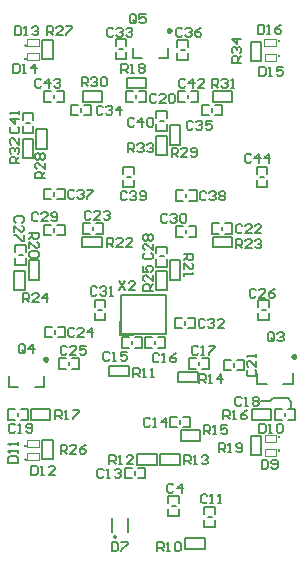
<source format=gbo>
%FSTAX23Y23*%
%MOIN*%
%SFA1B1*%

%IPPOS*%
%ADD11C,0.009840*%
%ADD16C,0.007870*%
%ADD61C,0.003940*%
%ADD62C,0.005910*%
%ADD63C,0.006000*%
%ADD64C,0.005000*%
%ADD65C,0.003150*%
%ADD66C,0.005910*%
%LNusb2can-1*%
%LPD*%
G54D11*
X00646Y01745D02*
D01*
X00646Y01744*
X00646Y01744*
X00646Y01743*
X00646Y01743*
X00647Y01743*
X00647Y01742*
X00647Y01742*
X00647Y01742*
X00647Y01742*
X00647Y01741*
X00648Y01741*
X00648Y01741*
X00648Y01741*
X00648Y0174*
X00649Y0174*
X00649Y0174*
X00649Y0174*
X0065Y0174*
X0065Y0174*
X0065Y0174*
X00651Y0174*
X00651Y0174*
X00651*
X00652Y0174*
X00652Y0174*
X00652Y0174*
X00653Y0174*
X00653Y0174*
X00653Y0174*
X00654Y0174*
X00654Y0174*
X00654Y01741*
X00654Y01741*
X00655Y01741*
X00655Y01741*
X00655Y01742*
X00655Y01742*
X00656Y01742*
X00656Y01742*
X00656Y01743*
X00656Y01743*
X00656Y01743*
X00656Y01744*
X00656Y01744*
X00656Y01745*
X00656Y01745*
X00656Y01745*
X00656Y01746*
X00656Y01746*
X00656Y01746*
X00656Y01747*
X00656Y01747*
X00655Y01747*
X00655Y01747*
X00655Y01748*
X00655Y01748*
X00654Y01748*
X00654Y01748*
X00654Y01749*
X00654Y01749*
X00653Y01749*
X00653Y01749*
X00653Y01749*
X00652Y01749*
X00652Y01749*
X00652Y01749*
X00651Y01749*
X00651*
X00651Y01749*
X0065Y01749*
X0065Y01749*
X0065Y01749*
X00649Y01749*
X00649Y01749*
X00649Y01749*
X00648Y01749*
X00648Y01748*
X00648Y01748*
X00648Y01748*
X00647Y01748*
X00647Y01747*
X00647Y01747*
X00647Y01747*
X00647Y01747*
X00647Y01746*
X00646Y01746*
X00646Y01746*
X00646Y01745*
X00646Y01745*
X00646Y01745*
X00234Y0065D02*
D01*
X00234Y00649*
X00234Y00649*
X00234Y00648*
X00234Y00648*
X00234Y00648*
X00234Y00647*
X00234Y00647*
X00234Y00647*
X00235Y00647*
X00235Y00646*
X00235Y00646*
X00235Y00646*
X00236Y00646*
X00236Y00645*
X00236Y00645*
X00236Y00645*
X00237Y00645*
X00237Y00645*
X00237Y00645*
X00238Y00645*
X00238Y00645*
X00238Y00645*
X00239*
X00239Y00645*
X00239Y00645*
X0024Y00645*
X0024Y00645*
X0024Y00645*
X00241Y00645*
X00241Y00645*
X00241Y00645*
X00242Y00646*
X00242Y00646*
X00242Y00646*
X00242Y00646*
X00243Y00647*
X00243Y00647*
X00243Y00647*
X00243Y00647*
X00243Y00648*
X00243Y00648*
X00243Y00648*
X00243Y00649*
X00243Y00649*
X00244Y0065*
X00243Y0065*
X00243Y0065*
X00243Y00651*
X00243Y00651*
X00243Y00651*
X00243Y00652*
X00243Y00652*
X00243Y00652*
X00243Y00652*
X00242Y00653*
X00242Y00653*
X00242Y00653*
X00242Y00653*
X00241Y00654*
X00241Y00654*
X00241Y00654*
X0024Y00654*
X0024Y00654*
X0024Y00654*
X00239Y00654*
X00239Y00654*
X00239Y00654*
X00238*
X00238Y00654*
X00238Y00654*
X00237Y00654*
X00237Y00654*
X00237Y00654*
X00236Y00654*
X00236Y00654*
X00236Y00654*
X00236Y00653*
X00235Y00653*
X00235Y00653*
X00235Y00653*
X00235Y00652*
X00234Y00652*
X00234Y00652*
X00234Y00652*
X00234Y00651*
X00234Y00651*
X00234Y00651*
X00234Y0065*
X00234Y0065*
X00234Y0065*
X01061Y0066D02*
D01*
X01061Y00659*
X01061Y00659*
X01061Y00658*
X01061Y00658*
X01062Y00658*
X01062Y00657*
X01062Y00657*
X01062Y00657*
X01062Y00657*
X01062Y00656*
X01063Y00656*
X01063Y00656*
X01063Y00656*
X01063Y00655*
X01064Y00655*
X01064Y00655*
X01064Y00655*
X01065Y00655*
X01065Y00655*
X01065Y00655*
X01066Y00655*
X01066Y00655*
X01066*
X01067Y00655*
X01067Y00655*
X01067Y00655*
X01068Y00655*
X01068Y00655*
X01068Y00655*
X01069Y00655*
X01069Y00655*
X01069Y00656*
X01069Y00656*
X0107Y00656*
X0107Y00656*
X0107Y00657*
X0107Y00657*
X01071Y00657*
X01071Y00657*
X01071Y00658*
X01071Y00658*
X01071Y00658*
X01071Y00659*
X01071Y00659*
X01071Y0066*
X01071Y0066*
X01071Y0066*
X01071Y00661*
X01071Y00661*
X01071Y00661*
X01071Y00662*
X01071Y00662*
X0107Y00662*
X0107Y00662*
X0107Y00663*
X0107Y00663*
X01069Y00663*
X01069Y00663*
X01069Y00664*
X01069Y00664*
X01068Y00664*
X01068Y00664*
X01068Y00664*
X01067Y00664*
X01067Y00664*
X01067Y00664*
X01066Y00664*
X01066*
X01066Y00664*
X01065Y00664*
X01065Y00664*
X01065Y00664*
X01064Y00664*
X01064Y00664*
X01064Y00664*
X01063Y00664*
X01063Y00663*
X01063Y00663*
X01063Y00663*
X01062Y00663*
X01062Y00662*
X01062Y00662*
X01062Y00662*
X01062Y00662*
X01062Y00661*
X01061Y00661*
X01061Y00661*
X01061Y0066*
X01061Y0066*
X01061Y0066*
G54D16*
X00647Y01652D02*
Y01687D01*
Y01652D02*
X00616D01*
X00529D02*
Y01687D01*
X00561Y01652D02*
X00529D01*
X00486Y00732D02*
Y00776D01*
X00531Y00731D02*
X00486D01*
X00235Y00557D02*
Y00592D01*
Y00557D02*
X00203D01*
X00117D02*
Y00592D01*
X00148Y00557D02*
X00117D01*
X01062Y00567D02*
Y00602D01*
Y00567D02*
X01031D01*
X00944D02*
Y00602D01*
X00976Y00567D02*
X00944D01*
X00484Y0091D02*
X00505Y00879D01*
Y0091D02*
X00484Y00879D01*
X00537D02*
X00516D01*
X00537Y009*
Y00905*
X00532Y0091*
X00521*
X00516Y00905*
X00891Y01638D02*
X0086D01*
Y01653*
X00865Y01659*
X00876*
X00881Y01653*
Y01638*
Y01648D02*
X00891Y01659D01*
X00865Y01669D02*
X0086Y01674D01*
Y01685*
X00865Y0169*
X0087*
X00876Y01685*
Y0168*
Y01685*
X00881Y0169*
X00886*
X00891Y01685*
Y01674*
X00886Y01669*
X00891Y01716D02*
X0086D01*
X00876Y017*
Y01721*
X00514Y01339D02*
Y0137D01*
X00529*
X00535Y01365*
Y01355*
X00529Y01349*
X00514*
X00524D02*
X00535Y01339D01*
X00545Y01365D02*
X0055Y0137D01*
X00561*
X00566Y01365*
Y0136*
X00561Y01355*
X00556*
X00561*
X00566Y01349*
Y01344*
X00561Y01339*
X0055*
X00545Y01344*
X00577Y01365D02*
X00582Y0137D01*
X00592*
X00598Y01365*
Y0136*
X00592Y01355*
X00587*
X00592*
X00598Y01349*
Y01344*
X00592Y01339*
X00582*
X00577Y01344*
X00151Y01303D02*
X0012D01*
Y01318*
X00125Y01324*
X00136*
X00141Y01318*
Y01303*
Y01313D02*
X00151Y01324D01*
X00125Y01334D02*
X0012Y01339D01*
Y0135*
X00125Y01355*
X0013*
X00136Y0135*
Y01345*
Y0135*
X00141Y01355*
X00146*
X00151Y0135*
Y01339*
X00146Y01334*
X00151Y01386D02*
Y01365D01*
X0013Y01386*
X00125*
X0012Y01381*
Y01371*
X00125Y01365*
X00794Y01554D02*
Y01585D01*
X0081*
X00815Y0158*
Y0157*
X0081Y01564*
X00794*
X00804D02*
X00815Y01554D01*
X00825Y0158D02*
X00831Y01585D01*
X00841*
X00846Y0158*
Y01575*
X00841Y0157*
X00836*
X00841*
X00846Y01564*
Y01559*
X00841Y01554*
X00831*
X00825Y01559*
X00857Y01554D02*
X00867D01*
X00862*
Y01585*
X00857Y0158*
X00359Y01559D02*
Y0159D01*
X00374*
X0038Y01585*
Y01575*
X00374Y01569*
X00359*
X00369D02*
X0038Y01559D01*
X0039Y01585D02*
X00395Y0159D01*
X00406*
X00411Y01585*
Y0158*
X00406Y01575*
X00401*
X00406*
X00411Y01569*
Y01564*
X00406Y01559*
X00395*
X0039Y01564*
X00422Y01585D02*
X00427Y0159D01*
X00437*
X00443Y01585*
Y01564*
X00437Y01559*
X00427*
X00422Y01564*
Y01585*
X00659Y01324D02*
Y01355D01*
X00674*
X0068Y0135*
Y0134*
X00674Y01334*
X00659*
X00669D02*
X0068Y01324D01*
X00711D02*
X0069D01*
X00711Y01345*
Y0135*
X00706Y01355*
X00695*
X0069Y0135*
X00722Y01329D02*
X00727Y01324D01*
X00737*
X00743Y01329*
Y0135*
X00737Y01355*
X00727*
X00722Y0135*
Y01345*
X00727Y0134*
X00743*
X00236Y01253D02*
X00205D01*
Y01268*
X0021Y01274*
X00221*
X00226Y01268*
Y01253*
Y01263D02*
X00236Y01274D01*
Y01305D02*
Y01284D01*
X00215Y01305*
X0021*
X00205Y013*
Y01289*
X0021Y01284*
Y01315D02*
X00205Y01321D01*
Y01331*
X0021Y01336*
X00215*
X00221Y01331*
X00226Y01336*
X00231*
X00236Y01331*
Y01321*
X00231Y01315*
X00226*
X00221Y01321*
X00215Y01315*
X0021*
X00221Y01321D02*
Y01331D01*
X00244Y01729D02*
Y0176D01*
X00259*
X00265Y01755*
Y01745*
X00259Y01739*
X00244*
X00254D02*
X00265Y01729D01*
X00296D02*
X00275D01*
X00296Y0175*
Y01755*
X00291Y0176*
X0028*
X00275Y01755*
X00307Y0176D02*
X00328D01*
Y01755*
X00307Y01734*
Y01729*
X00289Y00334D02*
Y00365D01*
X00304*
X0031Y0036*
Y0035*
X00304Y00344*
X00289*
X00299D02*
X0031Y00334D01*
X00341D02*
X0032D01*
X00341Y00355*
Y0036*
X00336Y00365*
X00325*
X0032Y0036*
X00373Y00365D02*
X00362Y0036D01*
X00352Y0035*
Y00339*
X00357Y00334*
X00367*
X00373Y00339*
Y00344*
X00367Y0035*
X00352*
X00596Y00878D02*
X00565D01*
Y00893*
X0057Y00899*
X00581*
X00586Y00893*
Y00878*
Y00888D02*
X00596Y00899D01*
Y0093D02*
Y00909D01*
X00575Y0093*
X0057*
X00565Y00925*
Y00914*
X0057Y00909*
X00565Y00961D02*
Y0094D01*
X00581*
X00575Y00951*
Y00956*
X00581Y00961*
X00591*
X00596Y00956*
Y00946*
X00591Y0094*
X00164Y00839D02*
Y0087D01*
X00179*
X00185Y00865*
Y00855*
X00179Y00849*
X00164*
X00174D02*
X00185Y00839D01*
X00216D02*
X00195D01*
X00216Y0086*
Y00865*
X00211Y0087*
X002*
X00195Y00865*
X00242Y00839D02*
Y0087D01*
X00227Y00855*
X00248*
X00874Y01019D02*
Y0105D01*
X00889*
X00895Y01045*
Y01035*
X00889Y01029*
X00874*
X00884D02*
X00895Y01019D01*
X00926D02*
X00905D01*
X00926Y0104*
Y01045*
X00921Y0105*
X0091*
X00905Y01045*
X00937D02*
X00942Y0105D01*
X00952*
X00958Y01045*
Y0104*
X00952Y01035*
X00947*
X00952*
X00958Y01029*
Y01024*
X00952Y01019*
X00942*
X00937Y01024*
X00444Y01024D02*
Y01055D01*
X00459*
X00465Y0105*
Y0104*
X00459Y01034*
X00444*
X00454D02*
X00465Y01024D01*
X00496D02*
X00475D01*
X00496Y01045*
Y0105*
X00491Y01055*
X0048*
X00475Y0105*
X00528Y01024D02*
X00507D01*
X00528Y01045*
Y0105*
X00522Y01055*
X00512*
X00507Y0105*
X007Y01001D02*
X00731D01*
Y00985*
X00726Y0098*
X00716*
X0071Y00985*
Y01001*
Y00991D02*
X007Y0098D01*
Y00949D02*
Y0097D01*
X00721Y00949*
X00726*
X00731Y00954*
Y00965*
X00726Y0097*
X007Y00938D02*
Y00928D01*
Y00933*
X00731*
X00726Y00938*
X00185Y01071D02*
X00216D01*
Y01056*
X00211Y0105*
X00201*
X00195Y01056*
Y01071*
Y01061D02*
X00185Y0105D01*
Y01019D02*
Y0104D01*
X00206Y01019*
X00211*
X00216Y01024*
Y01035*
X00211Y0104*
Y01009D02*
X00216Y01003D01*
Y00993*
X00211Y00988*
X0019*
X00185Y00993*
Y01003*
X0019Y01009*
X00211*
X00816Y00339D02*
Y0037D01*
X00832*
X00837Y00365*
Y00355*
X00832Y00349*
X00816*
X00827D02*
X00837Y00339D01*
X00848D02*
X00858D01*
X00853*
Y0037*
X00848Y00365*
X00874Y00344D02*
X00879Y00339D01*
X0089*
X00895Y00344*
Y00365*
X0089Y0037*
X00879*
X00874Y00365*
Y0036*
X00879Y00355*
X00895*
X00491Y01604D02*
Y01635D01*
X00507*
X00512Y0163*
Y0162*
X00507Y01614*
X00491*
X00502D02*
X00512Y01604D01*
X00523D02*
X00533D01*
X00528*
Y01635*
X00523Y0163*
X00549D02*
X00554Y01635D01*
X00565*
X0057Y0163*
Y01625*
X00565Y0162*
X0057Y01614*
Y01609*
X00565Y01604*
X00554*
X00549Y01609*
Y01614*
X00554Y0162*
X00549Y01625*
Y0163*
X00554Y0162D02*
X00565D01*
X00271Y00449D02*
Y0048D01*
X00287*
X00292Y00475*
Y00465*
X00287Y00459*
X00271*
X00282D02*
X00292Y00449D01*
X00303D02*
X00313D01*
X00308*
Y0048*
X00303Y00475*
X00329Y0048D02*
X0035D01*
Y00475*
X00329Y00454*
Y00449*
X00831D02*
Y0048D01*
X00847*
X00852Y00475*
Y00465*
X00847Y00459*
X00831*
X00842D02*
X00852Y00449D01*
X00863D02*
X00873D01*
X00868*
Y0048*
X00863Y00475*
X0091Y0048D02*
X00899Y00475D01*
X00889Y00465*
Y00454*
X00894Y00449*
X00905*
X0091Y00454*
Y00459*
X00905Y00465*
X00889*
X00766Y00399D02*
Y0043D01*
X00782*
X00787Y00425*
Y00415*
X00782Y00409*
X00766*
X00777D02*
X00787Y00399D01*
X00798D02*
X00808D01*
X00803*
Y0043*
X00798Y00425*
X00845Y0043D02*
X00824D01*
Y00415*
X00834Y0042*
X0084*
X00845Y00415*
Y00404*
X0084Y00399*
X00829*
X00824Y00404*
X00751Y00569D02*
Y006D01*
X00767*
X00772Y00595*
Y00585*
X00767Y00579*
X00751*
X00762D02*
X00772Y00569D01*
X00783D02*
X00793D01*
X00788*
Y006*
X00783Y00595*
X00825Y00569D02*
Y006D01*
X00809Y00585*
X0083*
X00701Y00299D02*
Y0033D01*
X00717*
X00722Y00325*
Y00315*
X00717Y00309*
X00701*
X00712D02*
X00722Y00299D01*
X00733D02*
X00743D01*
X00738*
Y0033*
X00733Y00325*
X00759D02*
X00764Y0033D01*
X00775*
X0078Y00325*
Y0032*
X00775Y00315*
X00769*
X00775*
X0078Y00309*
Y00304*
X00775Y00299*
X00764*
X00759Y00304*
X00451Y00299D02*
Y0033D01*
X00467*
X00472Y00325*
Y00315*
X00467Y00309*
X00451*
X00462D02*
X00472Y00299D01*
X00483D02*
X00493D01*
X00488*
Y0033*
X00483Y00325*
X0053Y00299D02*
X00509D01*
X0053Y0032*
Y00325*
X00525Y0033*
X00514*
X00509Y00325*
X00531Y00589D02*
Y0062D01*
X00547*
X00552Y00615*
Y00605*
X00547Y00599*
X00531*
X00542D02*
X00552Y00589D01*
X00563D02*
X00573D01*
X00568*
Y0062*
X00563Y00615*
X00589Y00589D02*
X006D01*
X00594*
Y0062*
X00589Y00615*
X00611Y00009D02*
Y0004D01*
X00627*
X00632Y00035*
Y00025*
X00627Y00019*
X00611*
X00622D02*
X00632Y00009D01*
X00643D02*
X00653D01*
X00648*
Y0004*
X00643Y00035*
X00669D02*
X00674Y0004D01*
X00685*
X0069Y00035*
Y00014*
X00685Y00009*
X00674*
X00669Y00014*
Y00035*
X0054Y01774D02*
Y01795D01*
X00535Y018*
X00525*
X00519Y01795*
Y01774*
X00525Y01769*
X00535*
X0053Y01779D02*
X0054Y01769D01*
X00535D02*
X0054Y01774D01*
X00572Y018D02*
X00551D01*
Y01785*
X00561Y0179*
X00567*
X00572Y01785*
Y01774*
X00567Y01769*
X00556*
X00551Y01774*
X0017Y00674D02*
Y00695D01*
X00165Y007*
X00155*
X00149Y00695*
Y00674*
X00155Y00669*
X00165*
X0016Y00679D02*
X0017Y00669D01*
X00165D02*
X0017Y00674D01*
X00197Y00669D02*
Y007D01*
X00181Y00685*
X00202*
X01Y00714D02*
Y00735D01*
X00995Y0074*
X00985*
X00979Y00735*
Y00714*
X00985Y00709*
X00995*
X0099Y00719D02*
X01Y00709D01*
X00995D02*
X01Y00714D01*
X01011Y00735D02*
X01016Y0074D01*
X01027*
X01032Y00735*
Y0073*
X01027Y00725*
X01021*
X01027*
X01032Y00719*
Y00714*
X01027Y00709*
X01016*
X01011Y00714*
X00946Y01765D02*
Y01734D01*
X00962*
X00967Y01739*
Y0176*
X00962Y01765*
X00946*
X00978Y01734D02*
X00988D01*
X00983*
Y01765*
X00978Y0176*
X01025Y01765D02*
X01014Y0176D01*
X01004Y0175*
Y01739*
X01009Y01734*
X0102*
X01025Y01739*
Y01744*
X0102Y0175*
X01004*
X00951Y01625D02*
Y01594D01*
X00967*
X00972Y01599*
Y0162*
X00967Y01625*
X00951*
X00983Y01594D02*
X00993D01*
X00988*
Y01625*
X00983Y0162*
X0103Y01625D02*
X01009D01*
Y0161*
X01019Y01615*
X01025*
X0103Y0161*
Y01599*
X01025Y01594*
X01014*
X01009Y01599*
X00131Y01635D02*
Y01604D01*
X00147*
X00152Y01609*
Y0163*
X00147Y01635*
X00131*
X00163Y01604D02*
X00173D01*
X00168*
Y01635*
X00163Y0163*
X00205Y01604D02*
Y01635D01*
X00189Y0162*
X0021*
X00136Y0176D02*
Y01729D01*
X00152*
X00157Y01734*
Y01755*
X00152Y0176*
X00136*
X00168Y01729D02*
X00178D01*
X00173*
Y0176*
X00168Y01755*
X00194D02*
X00199Y0176D01*
X0021*
X00215Y01755*
Y0175*
X0021Y01745*
X00204*
X0021*
X00215Y01739*
Y01734*
X0021Y01729*
X00199*
X00194Y01734*
X00191Y00295D02*
Y00264D01*
X00207*
X00212Y00269*
Y0029*
X00207Y00295*
X00191*
X00223Y00264D02*
X00233D01*
X00228*
Y00295*
X00223Y0029*
X0027Y00264D02*
X00249D01*
X0027Y00285*
Y0029*
X00265Y00295*
X00254*
X00249Y0029*
X00115Y00305D02*
X00146D01*
Y00321*
X00141Y00326*
X0012*
X00115Y00321*
Y00305*
X00146Y00337D02*
Y00347D01*
Y00342*
X00115*
X0012Y00337*
X00146Y00363D02*
Y00374D01*
Y00368*
X00115*
X0012Y00363*
X00951Y00435D02*
Y00404D01*
X00967*
X00972Y00409*
Y0043*
X00967Y00435*
X00951*
X00983Y00404D02*
X00993D01*
X00988*
Y00435*
X00983Y0043*
X01009D02*
X01014Y00435D01*
X01025*
X0103Y0043*
Y00409*
X01025Y00404*
X01014*
X01009Y00409*
Y0043*
X00959Y00315D02*
Y00284D01*
X00975*
X0098Y00289*
Y0031*
X00975Y00315*
X00959*
X00991Y00289D02*
X00996Y00284D01*
X01007*
X01012Y00289*
Y0031*
X01007Y00315*
X00996*
X00991Y0031*
Y00305*
X00996Y003*
X01012*
X00459Y0004D02*
Y00009D01*
X00475*
X0048Y00014*
Y00035*
X00475Y0004*
X00459*
X00491D02*
X00512D01*
Y00035*
X00491Y00014*
Y00009*
X00925Y0133D02*
X00919Y01335D01*
X00909*
X00904Y0133*
Y01309*
X00909Y01304*
X00919*
X00925Y01309*
X00951Y01304D02*
Y01335D01*
X00935Y0132*
X00956*
X00982Y01304D02*
Y01335D01*
X00967Y0132*
X00988*
X00225Y0158D02*
X00219Y01585D01*
X00209*
X00204Y0158*
Y01559*
X00209Y01554*
X00219*
X00225Y01559*
X00251Y01554D02*
Y01585D01*
X00235Y0157*
X00256*
X00267Y0158D02*
X00272Y01585D01*
X00282*
X00288Y0158*
Y01575*
X00282Y0157*
X00277*
X00282*
X00288Y01564*
Y01559*
X00282Y01554*
X00272*
X00267Y01559*
X00705Y0158D02*
X00699Y01585D01*
X00689*
X00684Y0158*
Y01559*
X00689Y01554*
X00699*
X00705Y01559*
X00731Y01554D02*
Y01585D01*
X00715Y0157*
X00736*
X00768Y01554D02*
X00747D01*
X00768Y01575*
Y0158*
X00762Y01585*
X00752*
X00747Y0158*
X00125Y01424D02*
X0012Y01419D01*
Y01408*
X00125Y01403*
X00146*
X00151Y01408*
Y01419*
X00146Y01424*
X00151Y0145D02*
X0012D01*
X00136Y01434*
Y01455*
X00151Y01466D02*
Y01476D01*
Y01471*
X0012*
X00125Y01466*
X00535Y0145D02*
X00529Y01455D01*
X00519*
X00514Y0145*
Y01429*
X00519Y01424*
X00529*
X00535Y01429*
X00561Y01424D02*
Y01455D01*
X00545Y0144*
X00566*
X00577Y0145D02*
X00582Y01455D01*
X00592*
X00598Y0145*
Y01429*
X00592Y01424*
X00582*
X00577Y01429*
Y0145*
X0051Y01205D02*
X00504Y0121D01*
X00494*
X00489Y01205*
Y01184*
X00494Y01179*
X00504*
X0051Y01184*
X0052Y01205D02*
X00525Y0121D01*
X00536*
X00541Y01205*
Y012*
X00536Y01195*
X00531*
X00536*
X00541Y01189*
Y01184*
X00536Y01179*
X00525*
X0052Y01184*
X00552D02*
X00557Y01179D01*
X00567*
X00573Y01184*
Y01205*
X00567Y0121*
X00557*
X00552Y01205*
Y012*
X00557Y01195*
X00573*
X00775Y01205D02*
X00769Y0121D01*
X00759*
X00754Y01205*
Y01184*
X00759Y01179*
X00769*
X00775Y01184*
X00785Y01205D02*
X0079Y0121D01*
X00801*
X00806Y01205*
Y012*
X00801Y01195*
X00796*
X00801*
X00806Y01189*
Y01184*
X00801Y01179*
X0079*
X00785Y01184*
X00817Y01205D02*
X00822Y0121D01*
X00832*
X00838Y01205*
Y012*
X00832Y01195*
X00838Y01189*
Y01184*
X00832Y01179*
X00822*
X00817Y01184*
Y01189*
X00822Y01195*
X00817Y012*
Y01205*
X00822Y01195D02*
X00832D01*
X00335Y0121D02*
X00329Y01215D01*
X00319*
X00314Y0121*
Y01189*
X00319Y01184*
X00329*
X00335Y01189*
X00345Y0121D02*
X0035Y01215D01*
X00361*
X00366Y0121*
Y01205*
X00361Y012*
X00356*
X00361*
X00366Y01194*
Y01189*
X00361Y01184*
X0035*
X00345Y01189*
X00377Y01215D02*
X00398D01*
Y0121*
X00377Y01189*
Y01184*
X00695Y0175D02*
X00689Y01755D01*
X00679*
X00674Y0175*
Y01729*
X00679Y01724*
X00689*
X00695Y01729*
X00705Y0175D02*
X0071Y01755D01*
X00721*
X00726Y0175*
Y01745*
X00721Y0174*
X00716*
X00721*
X00726Y01734*
Y01729*
X00721Y01724*
X0071*
X00705Y01729*
X00758Y01755D02*
X00747Y0175D01*
X00737Y0174*
Y01729*
X00742Y01724*
X00752*
X00758Y01729*
Y01734*
X00752Y0174*
X00737*
X0073Y0144D02*
X00724Y01445D01*
X00714*
X00709Y0144*
Y01419*
X00714Y01414*
X00724*
X0073Y01419*
X0074Y0144D02*
X00745Y01445D01*
X00756*
X00761Y0144*
Y01435*
X00756Y0143*
X00751*
X00756*
X00761Y01424*
Y01419*
X00756Y01414*
X00745*
X0074Y01419*
X00793Y01445D02*
X00772D01*
Y0143*
X00782Y01435*
X00787*
X00793Y0143*
Y01419*
X00787Y01414*
X00777*
X00772Y01419*
X0043Y0149D02*
X00424Y01495D01*
X00414*
X00409Y0149*
Y01469*
X00414Y01464*
X00424*
X0043Y01469*
X0044Y0149D02*
X00445Y01495D01*
X00456*
X00461Y0149*
Y01485*
X00456Y0148*
X00451*
X00456*
X00461Y01474*
Y01469*
X00456Y01464*
X00445*
X0044Y01469*
X00487Y01464D02*
Y01495D01*
X00472Y0148*
X00493*
X00465Y0175D02*
X00459Y01755D01*
X00449*
X00444Y0175*
Y01729*
X00449Y01724*
X00459*
X00465Y01729*
X00475Y0175D02*
X0048Y01755D01*
X00491*
X00496Y0175*
Y01745*
X00491Y0174*
X00486*
X00491*
X00496Y01734*
Y01729*
X00491Y01724*
X0048*
X00475Y01729*
X00507Y0175D02*
X00512Y01755D01*
X00522*
X00528Y0175*
Y01745*
X00522Y0174*
X00517*
X00522*
X00528Y01734*
Y01729*
X00522Y01724*
X00512*
X00507Y01729*
X0077Y0078D02*
X00764Y00785D01*
X00754*
X00749Y0078*
Y00759*
X00754Y00754*
X00764*
X0077Y00759*
X0078Y0078D02*
X00785Y00785D01*
X00796*
X00801Y0078*
Y00775*
X00796Y0077*
X00791*
X00796*
X00801Y00764*
Y00759*
X00796Y00754*
X00785*
X0078Y00759*
X00833Y00754D02*
X00812D01*
X00833Y00775*
Y0078*
X00827Y00785*
X00817*
X00812Y0078*
X0041Y00888D02*
X00405Y00893D01*
X00394*
X00389Y00888*
Y00867*
X00394Y00861*
X00405*
X0041Y00867*
X0042Y00888D02*
X00426Y00893D01*
X00436*
X00441Y00888*
Y00882*
X00436Y00877*
X00431*
X00436*
X00441Y00872*
Y00867*
X00436Y00861*
X00426*
X0042Y00867*
X00452Y00861D02*
X00462D01*
X00457*
Y00893*
X00452Y00888*
X00645Y0113D02*
X00639Y01135D01*
X00629*
X00624Y0113*
Y01109*
X00629Y01104*
X00639*
X00645Y01109*
X00655Y0113D02*
X0066Y01135D01*
X00671*
X00676Y0113*
Y01125*
X00671Y0112*
X00666*
X00671*
X00676Y01114*
Y01109*
X00671Y01104*
X0066*
X00655Y01109*
X00687Y0113D02*
X00692Y01135D01*
X00702*
X00708Y0113*
Y01109*
X00702Y01104*
X00692*
X00687Y01109*
Y0113*
X00215Y01135D02*
X00209Y0114D01*
X00199*
X00194Y01135*
Y01114*
X00199Y01109*
X00209*
X00215Y01114*
X00246Y01109D02*
X00225D01*
X00246Y0113*
Y01135*
X00241Y0114*
X0023*
X00225Y01135*
X00257Y01114D02*
X00262Y01109D01*
X00272*
X00278Y01114*
Y01135*
X00272Y0114*
X00262*
X00257Y01135*
Y0113*
X00262Y01125*
X00278*
X0057Y01004D02*
X00565Y00998D01*
Y00988*
X0057Y00983*
X00591*
X00596Y00988*
Y00998*
X00591Y01004*
X00596Y01035D02*
Y01014D01*
X00575Y01035*
X0057*
X00565Y0103*
Y01019*
X0057Y01014*
Y01045D02*
X00565Y01051D01*
Y01061*
X0057Y01066*
X00575*
X00581Y01061*
X00586Y01066*
X00591*
X00596Y01061*
Y01051*
X00591Y01045*
X00586*
X00581Y01051*
X00575Y01045*
X0057*
X00581Y01051D02*
Y01061D01*
X00161Y01105D02*
X00166Y01111D01*
Y01121*
X00161Y01126*
X0014*
X00135Y01121*
Y01111*
X0014Y01105*
X00135Y01074D02*
Y01095D01*
X00156Y01074*
X00161*
X00166Y01079*
Y0109*
X00161Y01095*
X00166Y01064D02*
Y01043D01*
X00161*
X0014Y01064*
X00135*
X0094Y0088D02*
X00934Y00885D01*
X00924*
X00919Y0088*
Y00859*
X00924Y00854*
X00934*
X0094Y00859*
X00971Y00854D02*
X0095D01*
X00971Y00875*
Y0088*
X00966Y00885*
X00955*
X0095Y0088*
X01003Y00885D02*
X00992Y0088D01*
X00982Y0087*
Y00859*
X00987Y00854*
X00997*
X01003Y00859*
Y00864*
X00997Y0087*
X00982*
X0031Y0069D02*
X00304Y00695D01*
X00294*
X00289Y0069*
Y00669*
X00294Y00664*
X00304*
X0031Y00669*
X00341Y00664D02*
X0032D01*
X00341Y00685*
Y0069*
X00336Y00695*
X00325*
X0032Y0069*
X00373Y00695D02*
X00352D01*
Y0068*
X00362Y00685*
X00367*
X00373Y0068*
Y00669*
X00367Y00664*
X00357*
X00352Y00669*
X00335Y0075D02*
X00329Y00755D01*
X00319*
X00314Y0075*
Y00729*
X00319Y00724*
X00329*
X00335Y00729*
X00366Y00724D02*
X00345D01*
X00366Y00745*
Y0075*
X00361Y00755*
X0035*
X00345Y0075*
X00392Y00724D02*
Y00755D01*
X00377Y0074*
X00398*
X0039Y0114D02*
X00384Y01145D01*
X00374*
X00369Y0114*
Y01119*
X00374Y01114*
X00384*
X0039Y01119*
X00421Y01114D02*
X004D01*
X00421Y01135*
Y0114*
X00416Y01145*
X00405*
X004Y0114*
X00432D02*
X00437Y01145D01*
X00447*
X00453Y0114*
Y01135*
X00447Y0113*
X00442*
X00447*
X00453Y01124*
Y01119*
X00447Y01114*
X00437*
X00432Y01119*
X00895Y01095D02*
X00889Y011D01*
X00879*
X00874Y01095*
Y01074*
X00879Y01069*
X00889*
X00895Y01074*
X00926Y01069D02*
X00905D01*
X00926Y0109*
Y01095*
X00921Y011*
X0091*
X00905Y01095*
X00958Y01069D02*
X00937D01*
X00958Y0109*
Y01095*
X00952Y011*
X00942*
X00937Y01095*
X00915Y00614D02*
X0091Y00609D01*
Y00598*
X00915Y00593*
X00936*
X00941Y00598*
Y00609*
X00936Y00614*
X00941Y00645D02*
Y00624D01*
X0092Y00645*
X00915*
X0091Y0064*
Y0063*
X00915Y00624*
X00941Y00656D02*
Y00666D01*
Y00661*
X0091*
X00915Y00656*
X00607Y0153D02*
X00602Y01535D01*
X00592*
X00586Y0153*
Y01509*
X00592Y01504*
X00602*
X00607Y01509*
X00639Y01504D02*
X00618D01*
X00639Y01525*
Y0153*
X00634Y01535*
X00623*
X00618Y0153*
X00649D02*
X00655Y01535D01*
X00665*
X0067Y0153*
Y01509*
X00665Y01504*
X00655*
X00649Y01509*
Y0153*
X00137Y0043D02*
X00132Y00435D01*
X00121*
X00116Y0043*
Y00409*
X00121Y00404*
X00132*
X00137Y00409*
X00148Y00404D02*
X00158D01*
X00153*
Y00435*
X00148Y0043*
X00174Y00409D02*
X00179Y00404D01*
X0019*
X00195Y00409*
Y0043*
X0019Y00435*
X00179*
X00174Y0043*
Y00425*
X00179Y0042*
X00195*
X00892Y0052D02*
X00887Y00525D01*
X00876*
X00871Y0052*
Y00499*
X00876Y00494*
X00887*
X00892Y00499*
X00903Y00494D02*
X00913D01*
X00908*
Y00525*
X00903Y0052*
X00929D02*
X00934Y00525D01*
X00945*
X0095Y0052*
Y00515*
X00945Y0051*
X0095Y00504*
Y00499*
X00945Y00494*
X00934*
X00929Y00499*
Y00504*
X00934Y0051*
X00929Y00515*
Y0052*
X00934Y0051D02*
X00945D01*
X00747Y0069D02*
X00742Y00695D01*
X00731*
X00726Y0069*
Y00669*
X00731Y00664*
X00742*
X00747Y00669*
X00758Y00664D02*
X00768D01*
X00763*
Y00695*
X00758Y0069*
X00784Y00695D02*
X00805D01*
Y0069*
X00784Y00669*
Y00664*
X00617Y00665D02*
X00612Y0067D01*
X00601*
X00596Y00665*
Y00644*
X00601Y00639*
X00612*
X00617Y00644*
X00628Y00639D02*
X00638D01*
X00633*
Y0067*
X00628Y00665*
X00675Y0067D02*
X00664Y00665D01*
X00654Y00655*
Y00644*
X00659Y00639*
X0067*
X00675Y00644*
Y00649*
X0067Y00655*
X00654*
X00452Y0067D02*
X00447Y00675D01*
X00436*
X00431Y0067*
Y00649*
X00436Y00644*
X00447*
X00452Y00649*
X00463Y00644D02*
X00473D01*
X00468*
Y00675*
X00463Y0067*
X0051Y00675D02*
X00489D01*
Y0066*
X00499Y00665*
X00505*
X0051Y0066*
Y00649*
X00505Y00644*
X00494*
X00489Y00649*
X00587Y0045D02*
X00582Y00455D01*
X00571*
X00566Y0045*
Y00429*
X00571Y00424*
X00582*
X00587Y00429*
X00598Y00424D02*
X00608D01*
X00603*
Y00455*
X00598Y0045*
X0064Y00424D02*
Y00455D01*
X00624Y0044*
X00645*
X00432Y0028D02*
X00427Y00285D01*
X00416*
X00411Y0028*
Y00259*
X00416Y00254*
X00427*
X00432Y00259*
X00443Y00254D02*
X00453D01*
X00448*
Y00285*
X00443Y0028*
X00469D02*
X00474Y00285D01*
X00485*
X0049Y0028*
Y00275*
X00485Y0027*
X00479*
X00485*
X0049Y00264*
Y00259*
X00485Y00254*
X00474*
X00469Y00259*
X00777Y00195D02*
X00772Y002D01*
X00762*
X00756Y00195*
Y00174*
X00762Y00169*
X00772*
X00777Y00174*
X00788Y00169D02*
X00798D01*
X00793*
Y002*
X00788Y00195*
X00814Y00169D02*
X00825D01*
X00819*
Y002*
X00814Y00195*
X00665Y0023D02*
X0066Y00235D01*
X0065*
X00644Y0023*
Y00209*
X0065Y00204*
X0066*
X00665Y00209*
X00692Y00204D02*
Y00235D01*
X00676Y0022*
X00697*
G54D61*
X00168Y00362D02*
D01*
X00168Y00361*
X00168Y00361*
X00168Y00361*
X00168Y00361*
X00168Y00361*
X00168Y00361*
X00169Y00361*
X00169Y00361*
X00169Y0036*
X00169Y0036*
X00169Y0036*
X00169Y0036*
X00169Y0036*
X00169Y0036*
X00169Y0036*
X00169Y0036*
X0017Y0036*
X0017Y0036*
X0017Y0036*
X0017Y0036*
X0017Y0036*
X0017Y0036*
X0017*
X0017Y0036*
X00171Y0036*
X00171Y0036*
X00171Y0036*
X00171Y0036*
X00171Y0036*
X00171Y0036*
X00171Y0036*
X00171Y0036*
X00172Y0036*
X00172Y0036*
X00172Y0036*
X00172Y0036*
X00172Y00361*
X00172Y00361*
X00172Y00361*
X00172Y00361*
X00172Y00361*
X00172Y00361*
X00172Y00361*
X00172Y00361*
X00172Y00362*
D01*
X00172Y00362*
X00172Y00362*
X00172Y00362*
X00172Y00362*
X00172Y00362*
X00172Y00362*
X00172Y00363*
X00172Y00363*
X00172Y00363*
X00172Y00363*
X00172Y00363*
X00172Y00363*
X00171Y00363*
X00171Y00363*
X00171Y00363*
X00171Y00363*
X00171Y00363*
X00171Y00364*
X00171Y00364*
X00171Y00364*
X0017Y00364*
X0017Y00364*
X0017*
X0017Y00364*
X0017Y00364*
X0017Y00364*
X0017Y00364*
X0017Y00363*
X00169Y00363*
X00169Y00363*
X00169Y00363*
X00169Y00363*
X00169Y00363*
X00169Y00363*
X00169Y00363*
X00169Y00363*
X00169Y00363*
X00169Y00363*
X00168Y00362*
X00168Y00362*
X00168Y00362*
X00168Y00362*
X00168Y00362*
X00168Y00362*
X00168Y00362*
Y00317D02*
D01*
X00168Y00316*
X00168Y00316*
X00168Y00316*
X00168Y00316*
X00168Y00316*
X00168Y00316*
X00169Y00316*
X00169Y00316*
X00169Y00315*
X00169Y00315*
X00169Y00315*
X00169Y00315*
X00169Y00315*
X00169Y00315*
X00169Y00315*
X00169Y00315*
X0017Y00315*
X0017Y00315*
X0017Y00315*
X0017Y00315*
X0017Y00315*
X0017Y00315*
X0017*
X0017Y00315*
X00171Y00315*
X00171Y00315*
X00171Y00315*
X00171Y00315*
X00171Y00315*
X00171Y00315*
X00171Y00315*
X00171Y00315*
X00172Y00315*
X00172Y00315*
X00172Y00315*
X00172Y00315*
X00172Y00316*
X00172Y00316*
X00172Y00316*
X00172Y00316*
X00172Y00316*
X00172Y00316*
X00172Y00316*
X00172Y00316*
X00172Y00317*
D01*
X00172Y00317*
X00172Y00317*
X00172Y00317*
X00172Y00317*
X00172Y00317*
X00172Y00317*
X00172Y00318*
X00172Y00318*
X00172Y00318*
X00172Y00318*
X00172Y00318*
X00172Y00318*
X00171Y00318*
X00171Y00318*
X00171Y00318*
X00171Y00318*
X00171Y00318*
X00171Y00319*
X00171Y00319*
X00171Y00319*
X0017Y00319*
X0017Y00319*
X0017*
X0017Y00319*
X0017Y00319*
X0017Y00319*
X0017Y00319*
X0017Y00318*
X00169Y00318*
X00169Y00318*
X00169Y00318*
X00169Y00318*
X00169Y00318*
X00169Y00318*
X00169Y00318*
X00169Y00318*
X00169Y00318*
X00169Y00318*
X00168Y00317*
X00168Y00317*
X00168Y00317*
X00168Y00317*
X00168Y00317*
X00168Y00317*
X00168Y00317*
Y01697D02*
D01*
X00168Y01696*
X00168Y01696*
X00168Y01696*
X00168Y01696*
X00168Y01696*
X00168Y01696*
X00169Y01696*
X00169Y01696*
X00169Y01695*
X00169Y01695*
X00169Y01695*
X00169Y01695*
X00169Y01695*
X00169Y01695*
X00169Y01695*
X00169Y01695*
X0017Y01695*
X0017Y01695*
X0017Y01695*
X0017Y01695*
X0017Y01695*
X0017Y01695*
X0017*
X0017Y01695*
X00171Y01695*
X00171Y01695*
X00171Y01695*
X00171Y01695*
X00171Y01695*
X00171Y01695*
X00171Y01695*
X00171Y01695*
X00172Y01695*
X00172Y01695*
X00172Y01695*
X00172Y01695*
X00172Y01696*
X00172Y01696*
X00172Y01696*
X00172Y01696*
X00172Y01696*
X00172Y01696*
X00172Y01696*
X00172Y01696*
X00172Y01697*
D01*
X00172Y01697*
X00172Y01697*
X00172Y01697*
X00172Y01697*
X00172Y01697*
X00172Y01697*
X00172Y01698*
X00172Y01698*
X00172Y01698*
X00172Y01698*
X00172Y01698*
X00172Y01698*
X00171Y01698*
X00171Y01698*
X00171Y01698*
X00171Y01698*
X00171Y01698*
X00171Y01699*
X00171Y01699*
X00171Y01699*
X0017Y01699*
X0017Y01699*
X0017*
X0017Y01699*
X0017Y01699*
X0017Y01699*
X0017Y01699*
X0017Y01698*
X00169Y01698*
X00169Y01698*
X00169Y01698*
X00169Y01698*
X00169Y01698*
X00169Y01698*
X00169Y01698*
X00169Y01698*
X00169Y01698*
X00169Y01698*
X00168Y01697*
X00168Y01697*
X00168Y01697*
X00168Y01697*
X00168Y01697*
X00168Y01697*
X00168Y01697*
Y01652D02*
D01*
X00168Y01651*
X00168Y01651*
X00168Y01651*
X00168Y01651*
X00168Y01651*
X00168Y01651*
X00169Y01651*
X00169Y01651*
X00169Y0165*
X00169Y0165*
X00169Y0165*
X00169Y0165*
X00169Y0165*
X00169Y0165*
X00169Y0165*
X00169Y0165*
X0017Y0165*
X0017Y0165*
X0017Y0165*
X0017Y0165*
X0017Y0165*
X0017Y0165*
X0017*
X0017Y0165*
X00171Y0165*
X00171Y0165*
X00171Y0165*
X00171Y0165*
X00171Y0165*
X00171Y0165*
X00171Y0165*
X00171Y0165*
X00172Y0165*
X00172Y0165*
X00172Y0165*
X00172Y0165*
X00172Y01651*
X00172Y01651*
X00172Y01651*
X00172Y01651*
X00172Y01651*
X00172Y01651*
X00172Y01651*
X00172Y01651*
X00172Y01652*
D01*
X00172Y01652*
X00172Y01652*
X00172Y01652*
X00172Y01652*
X00172Y01652*
X00172Y01652*
X00172Y01653*
X00172Y01653*
X00172Y01653*
X00172Y01653*
X00172Y01653*
X00172Y01653*
X00171Y01653*
X00171Y01653*
X00171Y01653*
X00171Y01653*
X00171Y01653*
X00171Y01654*
X00171Y01654*
X00171Y01654*
X0017Y01654*
X0017Y01654*
X0017*
X0017Y01654*
X0017Y01654*
X0017Y01654*
X0017Y01654*
X0017Y01653*
X00169Y01653*
X00169Y01653*
X00169Y01653*
X00169Y01653*
X00169Y01653*
X00169Y01653*
X00169Y01653*
X00169Y01653*
X00169Y01653*
X00169Y01653*
X00168Y01652*
X00168Y01652*
X00168Y01652*
X00168Y01652*
X00168Y01652*
X00168Y01652*
X00168Y01652*
X01017Y01712D02*
D01*
X01017Y01713*
X01017Y01713*
X01017Y01713*
X01017Y01713*
X01017Y01713*
X01017Y01713*
X01017Y01713*
X01017Y01713*
X01017Y01714*
X01017Y01714*
X01017Y01714*
X01017Y01714*
X01017Y01714*
X01016Y01714*
X01016Y01714*
X01016Y01714*
X01016Y01714*
X01016Y01714*
X01016Y01714*
X01016Y01714*
X01016Y01714*
X01015Y01714*
X01015*
X01015Y01714*
X01015Y01714*
X01015Y01714*
X01015Y01714*
X01015Y01714*
X01014Y01714*
X01014Y01714*
X01014Y01714*
X01014Y01714*
X01014Y01714*
X01014Y01714*
X01014Y01714*
X01014Y01714*
X01014Y01713*
X01014Y01713*
X01014Y01713*
X01014Y01713*
X01013Y01713*
X01013Y01713*
X01013Y01713*
X01013Y01713*
X01013Y01712*
D01*
X01013Y01712*
X01013Y01712*
X01013Y01712*
X01013Y01712*
X01014Y01712*
X01014Y01712*
X01014Y01711*
X01014Y01711*
X01014Y01711*
X01014Y01711*
X01014Y01711*
X01014Y01711*
X01014Y01711*
X01014Y01711*
X01014Y01711*
X01015Y01711*
X01015Y01711*
X01015Y0171*
X01015Y0171*
X01015Y0171*
X01015Y0171*
X01015Y0171*
X01015*
X01016Y0171*
X01016Y0171*
X01016Y0171*
X01016Y0171*
X01016Y01711*
X01016Y01711*
X01016Y01711*
X01016Y01711*
X01017Y01711*
X01017Y01711*
X01017Y01711*
X01017Y01711*
X01017Y01711*
X01017Y01711*
X01017Y01711*
X01017Y01712*
X01017Y01712*
X01017Y01712*
X01017Y01712*
X01017Y01712*
X01017Y01712*
X01017Y01712*
X01018Y01662D02*
D01*
X01018Y01663*
X01018Y01663*
X01018Y01663*
X01018Y01663*
X01018Y01663*
X01018Y01663*
X01018Y01663*
X01018Y01663*
X01018Y01664*
X01017Y01664*
X01017Y01664*
X01017Y01664*
X01017Y01664*
X01017Y01664*
X01017Y01664*
X01017Y01664*
X01017Y01664*
X01017Y01664*
X01016Y01664*
X01016Y01664*
X01016Y01664*
X01016Y01664*
X01016*
X01016Y01664*
X01016Y01664*
X01015Y01664*
X01015Y01664*
X01015Y01664*
X01015Y01664*
X01015Y01664*
X01015Y01664*
X01015Y01664*
X01015Y01664*
X01015Y01664*
X01014Y01664*
X01014Y01664*
X01014Y01663*
X01014Y01663*
X01014Y01663*
X01014Y01663*
X01014Y01663*
X01014Y01663*
X01014Y01663*
X01014Y01663*
X01014Y01662*
D01*
X01014Y01662*
X01014Y01662*
X01014Y01662*
X01014Y01662*
X01014Y01662*
X01014Y01662*
X01014Y01661*
X01014Y01661*
X01014Y01661*
X01014Y01661*
X01015Y01661*
X01015Y01661*
X01015Y01661*
X01015Y01661*
X01015Y01661*
X01015Y01661*
X01015Y01661*
X01015Y0166*
X01015Y0166*
X01016Y0166*
X01016Y0166*
X01016Y0166*
X01016*
X01016Y0166*
X01016Y0166*
X01016Y0166*
X01017Y0166*
X01017Y01661*
X01017Y01661*
X01017Y01661*
X01017Y01661*
X01017Y01661*
X01017Y01661*
X01017Y01661*
X01017Y01661*
X01018Y01661*
X01018Y01661*
X01018Y01661*
X01018Y01662*
X01018Y01662*
X01018Y01662*
X01018Y01662*
X01018Y01662*
X01018Y01662*
X01018Y01662*
Y00347D02*
D01*
X01018Y00348*
X01018Y00348*
X01018Y00348*
X01018Y00348*
X01018Y00348*
X01018Y00348*
X01018Y00348*
X01018Y00348*
X01018Y00349*
X01017Y00349*
X01017Y00349*
X01017Y00349*
X01017Y00349*
X01017Y00349*
X01017Y00349*
X01017Y00349*
X01017Y00349*
X01017Y00349*
X01016Y00349*
X01016Y00349*
X01016Y00349*
X01016Y00349*
X01016*
X01016Y00349*
X01016Y00349*
X01015Y00349*
X01015Y00349*
X01015Y00349*
X01015Y00349*
X01015Y00349*
X01015Y00349*
X01015Y00349*
X01015Y00349*
X01015Y00349*
X01014Y00349*
X01014Y00349*
X01014Y00348*
X01014Y00348*
X01014Y00348*
X01014Y00348*
X01014Y00348*
X01014Y00348*
X01014Y00348*
X01014Y00348*
X01014Y00347*
D01*
X01014Y00347*
X01014Y00347*
X01014Y00347*
X01014Y00347*
X01014Y00347*
X01014Y00347*
X01014Y00346*
X01014Y00346*
X01014Y00346*
X01014Y00346*
X01015Y00346*
X01015Y00346*
X01015Y00346*
X01015Y00346*
X01015Y00346*
X01015Y00346*
X01015Y00346*
X01015Y00345*
X01015Y00345*
X01016Y00345*
X01016Y00345*
X01016Y00345*
X01016*
X01016Y00345*
X01016Y00345*
X01016Y00345*
X01017Y00345*
X01017Y00346*
X01017Y00346*
X01017Y00346*
X01017Y00346*
X01017Y00346*
X01017Y00346*
X01017Y00346*
X01017Y00346*
X01018Y00346*
X01018Y00346*
X01018Y00346*
X01018Y00347*
X01018Y00347*
X01018Y00347*
X01018Y00347*
X01018Y00347*
X01018Y00347*
X01018Y00347*
Y00392D02*
D01*
X01018Y00393*
X01018Y00393*
X01018Y00393*
X01018Y00393*
X01018Y00393*
X01018Y00393*
X01018Y00393*
X01018Y00393*
X01018Y00394*
X01017Y00394*
X01017Y00394*
X01017Y00394*
X01017Y00394*
X01017Y00394*
X01017Y00394*
X01017Y00394*
X01017Y00394*
X01017Y00394*
X01016Y00394*
X01016Y00394*
X01016Y00394*
X01016Y00394*
X01016*
X01016Y00394*
X01016Y00394*
X01015Y00394*
X01015Y00394*
X01015Y00394*
X01015Y00394*
X01015Y00394*
X01015Y00394*
X01015Y00394*
X01015Y00394*
X01015Y00394*
X01014Y00394*
X01014Y00394*
X01014Y00393*
X01014Y00393*
X01014Y00393*
X01014Y00393*
X01014Y00393*
X01014Y00393*
X01014Y00393*
X01014Y00393*
X01014Y00392*
D01*
X01014Y00392*
X01014Y00392*
X01014Y00392*
X01014Y00392*
X01014Y00392*
X01014Y00392*
X01014Y00391*
X01014Y00391*
X01014Y00391*
X01014Y00391*
X01015Y00391*
X01015Y00391*
X01015Y00391*
X01015Y00391*
X01015Y00391*
X01015Y00391*
X01015Y00391*
X01015Y0039*
X01015Y0039*
X01016Y0039*
X01016Y0039*
X01016Y0039*
X01016*
X01016Y0039*
X01016Y0039*
X01016Y0039*
X01017Y0039*
X01017Y00391*
X01017Y00391*
X01017Y00391*
X01017Y00391*
X01017Y00391*
X01017Y00391*
X01017Y00391*
X01017Y00391*
X01018Y00391*
X01018Y00391*
X01018Y00391*
X01018Y00392*
X01018Y00392*
X01018Y00392*
X01018Y00392*
X01018Y00392*
X01018Y00392*
X01018Y00392*
G54D62*
X00467Y00058D02*
D01*
X00467Y00058*
X00467Y00058*
X00467Y00058*
X00467Y00057*
X00467Y00057*
X00467Y00057*
X00467Y00057*
X00467Y00057*
X00467Y00057*
X00468Y00056*
X00468Y00056*
X00468Y00056*
X00468Y00056*
X00468Y00056*
X00468Y00056*
X00469Y00056*
X00469Y00056*
X00469Y00055*
X00469Y00055*
X00469Y00055*
X0047Y00055*
X0047Y00055*
X0047*
X0047Y00055*
X0047Y00055*
X00471Y00055*
X00471Y00055*
X00471Y00056*
X00471Y00056*
X00471Y00056*
X00471Y00056*
X00472Y00056*
X00472Y00056*
X00472Y00056*
X00472Y00056*
X00472Y00057*
X00472Y00057*
X00472Y00057*
X00473Y00057*
X00473Y00057*
X00473Y00057*
X00473Y00058*
X00473Y00058*
X00473Y00058*
X00473Y00058*
X00473Y00059*
X00473Y00059*
X00473Y00059*
X00473Y00059*
X00473Y00059*
X00473Y00059*
X00472Y0006*
X00472Y0006*
X00472Y0006*
X00472Y0006*
X00472Y0006*
X00472Y0006*
X00472Y00061*
X00471Y00061*
X00471Y00061*
X00471Y00061*
X00471Y00061*
X00471Y00061*
X00471Y00061*
X0047Y00061*
X0047Y00061*
X0047Y00061*
X0047*
X0047Y00061*
X00469Y00061*
X00469Y00061*
X00469Y00061*
X00469Y00061*
X00469Y00061*
X00468Y00061*
X00468Y00061*
X00468Y00061*
X00468Y0006*
X00468Y0006*
X00468Y0006*
X00467Y0006*
X00467Y0006*
X00467Y0006*
X00467Y00059*
X00467Y00059*
X00467Y00059*
X00467Y00059*
X00467Y00059*
X00467Y00059*
X00467Y00058*
G54D63*
X00972Y00812D02*
X0096D01*
X00983Y00846D02*
X00948D01*
X00983Y00779D02*
Y00779D01*
X00948*
Y00802*
Y00822D02*
Y00846D01*
X00983Y00779D02*
Y00802D01*
Y00822D02*
Y00846D01*
X00967Y01257D02*
X00955D01*
X00978Y01291D02*
X00943D01*
X00978Y01224D02*
Y01224D01*
X00943*
Y01247*
Y01267D02*
Y01291D01*
X00978Y01224D02*
Y01247D01*
Y01267D02*
Y01291D01*
X00148Y00459D02*
Y00471D01*
X00114Y00447D02*
Y00482D01*
X00181Y00482D02*
X00181Y00482D01*
X00181Y00447D02*
Y00482D01*
Y00447D02*
X00158D01*
X00138D02*
X00114D01*
X00181Y00482D02*
X00158D01*
X00138D02*
X00114D01*
X0019Y00447D02*
Y00482D01*
X00255Y00447D02*
Y00482D01*
X0019*
X00255Y00447D02*
X0019D01*
X00263Y00316D02*
X00228D01*
X00263Y00381D02*
X00228D01*
Y00316D02*
Y00381D01*
X00263Y00316D02*
Y00381D01*
X00362Y01507D02*
Y01542D01*
X00427Y01507D02*
Y01542D01*
X00362*
X00427Y01507D02*
X00362D01*
X00358Y01474D02*
Y01486D01*
X00391Y01462D02*
Y01497D01*
X00324Y01462D02*
Y01462D01*
Y01497*
X00348D02*
X00324D01*
X00391D02*
X00368D01*
X00348Y01462D02*
X00324D01*
X00391D02*
X00368D01*
X00268Y01519D02*
Y01531D01*
X00301Y01507D02*
Y01542D01*
X00234Y01507D02*
Y01507D01*
Y01542*
X00258D02*
X00234D01*
X00301D02*
X00278D01*
X00258Y01507D02*
X00234D01*
X00301D02*
X00278D01*
X00187Y01437D02*
X00175D01*
X00198Y01403D02*
X00163D01*
X00163Y0147D02*
X00163D01*
X00198D02*
X00163D01*
X00198Y01447D02*
Y0147D01*
Y01403D02*
Y01427D01*
X00163Y01447D02*
Y0147D01*
Y01403D02*
Y01427D01*
X00198Y0132D02*
X00163D01*
X00198Y01385D02*
X00163D01*
Y0132D02*
Y01385D01*
X00198Y0132D02*
Y01385D01*
X00243Y01351D02*
X00208D01*
X00243Y01416D02*
X00208D01*
Y01351D02*
Y01416D01*
X00243Y01351D02*
Y01416D01*
X00263Y01649D02*
X00228D01*
X00263Y01714D02*
X00228D01*
Y01649D02*
Y01714D01*
X00263Y01649D02*
Y01714D01*
X00497Y01682D02*
X00485D01*
X00508Y01649D02*
X00473D01*
Y01716D02*
D01*
X00508D02*
X00473D01*
X00508Y01692D02*
Y01716D01*
Y01649D02*
Y01672D01*
X00473Y01692D02*
Y01716D01*
Y01649D02*
Y01672D01*
X00702Y0168D02*
X0069D01*
X00713Y01713D02*
X00678D01*
X00713Y01646D02*
X00713Y01646D01*
X00678*
Y0167*
Y0169D02*
Y01713D01*
X00713Y01646D02*
Y0167D01*
Y0169D02*
Y01713D01*
X00958Y01708D02*
X00923D01*
X00958Y01643D02*
X00923D01*
X00958D02*
Y01708D01*
X00923Y01643D02*
Y01708D01*
X00713Y01519D02*
Y01531D01*
X00747Y01507D02*
Y01542D01*
X0068Y01507D02*
Y01507D01*
Y01542*
X00703D02*
X0068D01*
X00747D02*
X00723D01*
X00703Y01507D02*
X0068D01*
X00747D02*
X00723D01*
X00796Y01507D02*
Y01542D01*
X00861Y01507D02*
Y01542D01*
X00796*
X00861Y01507D02*
X00796D01*
X00793Y01474D02*
Y01486D01*
X00826Y01462D02*
Y01497D01*
X00759Y01462D02*
Y01462D01*
Y01497*
X00783D02*
X00759D01*
X00826D02*
X00803D01*
X00783Y01462D02*
X00759D01*
X00826D02*
X00803D01*
X00541Y01519D02*
Y01531D01*
X00507Y01507D02*
Y01542D01*
X00574Y01542D02*
Y01542D01*
Y01507D02*
Y01542D01*
Y01507D02*
X00551D01*
X00531D02*
X00507D01*
X00574Y01542D02*
X00551D01*
X00531D02*
X00507D01*
X00574Y01552D02*
Y01587D01*
X00509Y01552D02*
Y01587D01*
X00574Y01552D02*
X00509D01*
X00574Y01587D02*
X00509D01*
X00632Y01442D02*
X0062D01*
X00643Y01409D02*
X00608D01*
Y01476D02*
D01*
X00643D02*
X00608D01*
X00643Y01452D02*
Y01476D01*
Y01409D02*
Y01432D01*
X00608Y01452D02*
Y01476D01*
Y01409D02*
Y01432D01*
X00688Y01364D02*
X00653D01*
X00688Y01429D02*
X00653D01*
Y01364D02*
Y01429D01*
X00688Y01364D02*
Y01429D01*
X00643Y0133D02*
X00608D01*
X00643Y01395D02*
X00608D01*
Y0133D02*
Y01395D01*
X00643Y0133D02*
Y01395D01*
X00522Y01257D02*
X0051D01*
X00533Y01291D02*
X00498D01*
X00533Y01224D02*
Y01224D01*
X00498*
Y01247*
Y01267D02*
Y01291D01*
X00533Y01224D02*
Y01247D01*
Y01267D02*
Y01291D01*
X00268Y01194D02*
Y01206D01*
X00302Y01182D02*
Y01217D01*
X00235Y01182D02*
Y01182D01*
Y01217*
X00258D02*
X00235D01*
X00302D02*
X00278D01*
X00258Y01182D02*
X00235D01*
X00302D02*
X00278D01*
X00361Y01022D02*
Y01057D01*
X00426Y01022D02*
Y01057D01*
X00361*
X00426Y01022D02*
X00361D01*
X00396Y01079D02*
Y01091D01*
X00362Y01067D02*
Y01102D01*
X00429Y01102D02*
Y01102D01*
Y01067D02*
Y01102D01*
Y01067D02*
X00406D01*
X00386D02*
X00362D01*
X00429Y01102D02*
X00406D01*
X00386D02*
X00362D01*
X00268Y01074D02*
Y01086D01*
X00302Y01062D02*
Y01097D01*
X00235Y01062D02*
Y01062D01*
Y01097*
X00258D02*
X00235D01*
X00302D02*
X00278D01*
X00258Y01062D02*
X00235D01*
X00302D02*
X00278D01*
X00169Y0088D02*
X00134D01*
X00169Y00944D02*
X00134D01*
Y0088D02*
Y00944D01*
X00169Y0088D02*
Y00944D01*
X00162Y00997D02*
X0015D01*
X00173Y00964D02*
X00138D01*
X00138Y01031D02*
X00138Y01031D01*
X00173Y01031D02*
X00138D01*
X00173Y01007D02*
Y01031D01*
Y00964D02*
Y00987D01*
X00138Y01007D02*
Y01031D01*
Y00964D02*
Y00987D01*
X00218Y00915D02*
X00183D01*
X00218Y0098D02*
X00183D01*
Y00915D02*
Y0098D01*
X00218Y00915D02*
Y0098D01*
X00708Y01189D02*
Y01201D01*
X00742Y01177D02*
Y01212D01*
X00675Y01177D02*
Y01177D01*
Y01212*
X00698D02*
X00675D01*
X00742D02*
X00718D01*
X00698Y01177D02*
X00675D01*
X00742D02*
X00718D01*
X00796Y01022D02*
Y01057D01*
X00861Y01022D02*
Y01057D01*
X00796*
X00861Y01022D02*
X00796D01*
X00828Y01079D02*
Y01091D01*
X00794Y01067D02*
Y01102D01*
X00861Y01102D02*
X00861Y01102D01*
X00861Y01067D02*
Y01102D01*
Y01067D02*
X00838D01*
X00818D02*
X00794D01*
X00861Y01102D02*
X00838D01*
X00818D02*
X00794D01*
X00708Y01069D02*
Y01081D01*
X00741Y01057D02*
Y01092D01*
X00674Y01057D02*
Y01057D01*
Y01092*
X00698D02*
X00674D01*
X00741D02*
X00718D01*
X00698Y01057D02*
X00674D01*
X00741D02*
X00718D01*
X00632Y00992D02*
X0062D01*
X00643Y00958D02*
X00608D01*
X00608Y01025D02*
X00608Y01025D01*
X00643Y01025D02*
X00608D01*
X00643Y01002D02*
Y01025D01*
Y00958D02*
Y00982D01*
X00608Y01002D02*
Y01025D01*
Y00958D02*
Y00982D01*
X00643Y0088D02*
X00608D01*
X00643Y00945D02*
X00608D01*
Y0088D02*
Y00945D01*
X00643Y0088D02*
Y00945D01*
X00688Y00914D02*
X00653D01*
X00688Y00979D02*
X00653D01*
Y00914D02*
Y00979D01*
X00688Y00914D02*
Y00979D01*
X00427Y00815D02*
X00415D01*
X00438Y00848D02*
X00403D01*
X00438Y00781D02*
X00438D01*
X00403*
Y00805*
Y00825D02*
Y00848D01*
X00438Y00781D02*
Y00805D01*
Y00825D02*
Y00848D01*
X00271Y00734D02*
Y00746D01*
X00304Y00722D02*
Y00757D01*
X00237Y00722D02*
X00237Y00722D01*
Y00757*
X00261D02*
X00237D01*
X00304D02*
X00281D01*
X00261Y00722D02*
X00237D01*
X00304D02*
X00281D01*
X00316Y00629D02*
Y00641D01*
X00349Y00617D02*
Y00652D01*
X00282Y00617D02*
X00282Y00617D01*
Y00652*
X00306D02*
X00282D01*
X00349D02*
X00326D01*
X00306Y00617D02*
X00282D01*
X00349D02*
X00326D01*
X00603Y00699D02*
Y00711D01*
X0057Y00687D02*
Y00722D01*
X00637Y00722D02*
X00637Y00722D01*
X00637Y00687D02*
Y00722D01*
Y00687D02*
X00613D01*
X00593D02*
X0057D01*
X00637Y00722D02*
X00613D01*
X00593D02*
X0057D01*
X00528Y00699D02*
Y00711D01*
X00561Y00687D02*
Y00722D01*
X00494Y00687D02*
Y00687D01*
Y00722*
X00518D02*
X00494D01*
X00561D02*
X00538D01*
X00518Y00687D02*
X00494D01*
X00561D02*
X00538D01*
X00451Y00592D02*
Y00627D01*
X00516Y00592D02*
Y00627D01*
X00451*
X00516Y00592D02*
X00451D01*
X00703Y00764D02*
Y00776D01*
X00736Y00752D02*
Y00787D01*
X00669Y00752D02*
Y00752D01*
Y00787*
X00693D02*
X00669D01*
X00736D02*
X00713D01*
X00693Y00752D02*
X00669D01*
X00736D02*
X00713D01*
X00751Y00629D02*
Y00641D01*
X00717Y00617D02*
Y00652D01*
X00784Y00652D02*
Y00652D01*
Y00617D02*
Y00652D01*
Y00617D02*
X00761D01*
X00741D02*
X00717D01*
X00784Y00652D02*
X00761D01*
X00741D02*
X00717D01*
X00681Y00572D02*
Y00607D01*
X00746Y00572D02*
Y00607D01*
X00681*
X00746Y00572D02*
X00681D01*
X00866Y00624D02*
Y00636D01*
X00899Y00612D02*
Y00647D01*
X00832Y00612D02*
X00832Y00612D01*
Y00647*
X00856D02*
X00832D01*
X00899D02*
X00876D01*
X00856Y00612D02*
X00832D01*
X00899D02*
X00876D01*
X01036Y00459D02*
Y00471D01*
X01069Y00447D02*
Y00482D01*
X01002Y00447D02*
X01002Y00447D01*
Y00482*
X01026D02*
X01002D01*
X01069D02*
X01046D01*
X01026Y00447D02*
X01002D01*
X01069D02*
X01046D01*
X00991Y00447D02*
Y00482D01*
X00926Y00447D02*
Y00482D01*
X00991Y00447D02*
X00926D01*
X00991Y00482D02*
X00926D01*
X00958Y00394D02*
X00923D01*
X00958Y00329D02*
X00923D01*
X00958D02*
Y00394D01*
X00923Y00329D02*
Y00394D01*
X00688Y00434D02*
Y00446D01*
X00721Y00422D02*
Y00457D01*
X00654Y00422D02*
Y00422D01*
Y00457*
X00678D02*
X00654D01*
X00721D02*
X00698D01*
X00678Y00422D02*
X00654D01*
X00721D02*
X00698D01*
X00755Y00377D02*
Y00412D01*
X0069Y00377D02*
Y00412D01*
X00755Y00377D02*
X0069D01*
X00755Y00412D02*
X0069D01*
X00686Y00297D02*
Y00332D01*
X00621Y00297D02*
Y00332D01*
X00686Y00297D02*
X00621D01*
X00686Y00332D02*
X00621D01*
X0061Y00297D02*
Y00332D01*
X00545Y00297D02*
Y00332D01*
X0061Y00297D02*
X00545D01*
X0061Y00332D02*
X00545D01*
X00538Y00264D02*
Y00276D01*
X00504Y00252D02*
Y00287D01*
X00571Y00287D02*
X00571Y00287D01*
X00571Y00252D02*
Y00287D01*
Y00252D02*
X00548D01*
X00528D02*
X00504D01*
X00571Y00287D02*
X00548D01*
X00528D02*
X00504D01*
X00512Y00075D02*
Y00121D01*
X00459Y00075D02*
Y00121D01*
X00672Y0016D02*
X0066D01*
X00683Y00126D02*
X00648D01*
X00648Y00193D02*
X00648Y00193D01*
X00683Y00193D02*
X00648D01*
X00683Y0017D02*
Y00193D01*
Y00126D02*
Y0015D01*
X00648Y0017D02*
Y00193D01*
Y00126D02*
Y0015D01*
X00792Y00125D02*
X0078D01*
X00803Y00158D02*
X00768D01*
X00803Y00091D02*
Y00091D01*
X00768*
Y00115*
Y00135D02*
Y00158D01*
X00803Y00091D02*
Y00115D01*
Y00135D02*
Y00158D01*
X00705Y00017D02*
Y00052D01*
X0077Y00017D02*
Y00052D01*
X00705*
X0077Y00017D02*
X00705D01*
G54D64*
X00996Y0052D02*
X00986Y0051D01*
X00956*
X01046Y0052D02*
X00996D01*
X01057Y00508D02*
X01046Y0052D01*
X01057Y00482D02*
Y00508D01*
G54D65*
X00178Y00358D02*
Y00381D01*
X00218Y00358D02*
X00178D01*
X00218D02*
Y00381D01*
X00178*
Y00313D02*
Y00336D01*
X00218Y00313D02*
X00178D01*
X00218D02*
Y00336D01*
X00178*
Y01693D02*
Y01716D01*
X00218Y01693D02*
X00178D01*
X00218D02*
Y01716D01*
X00178*
Y01648D02*
Y01671D01*
X00218Y01648D02*
X00178D01*
X00218D02*
Y01671D01*
X00178*
X01007Y01693D02*
Y01716D01*
X00968*
Y01693D02*
Y01716D01*
X01007Y01693D02*
X00968D01*
X01008Y01643D02*
Y01666D01*
X00969*
Y01643D02*
Y01666D01*
X01008Y01643D02*
X00969D01*
X01008Y00328D02*
Y00351D01*
X00969*
Y00328D02*
Y00351D01*
X01008Y00328D02*
X00969D01*
X01008Y00373D02*
Y00396D01*
X00969*
Y00373D02*
Y00396D01*
X01008Y00373D02*
X00969D01*
G54D66*
X00641Y00865D02*
X00491D01*
X00641Y00735D02*
Y00865D01*
Y00735D02*
X00491D01*
Y00865*
M02*
</source>
